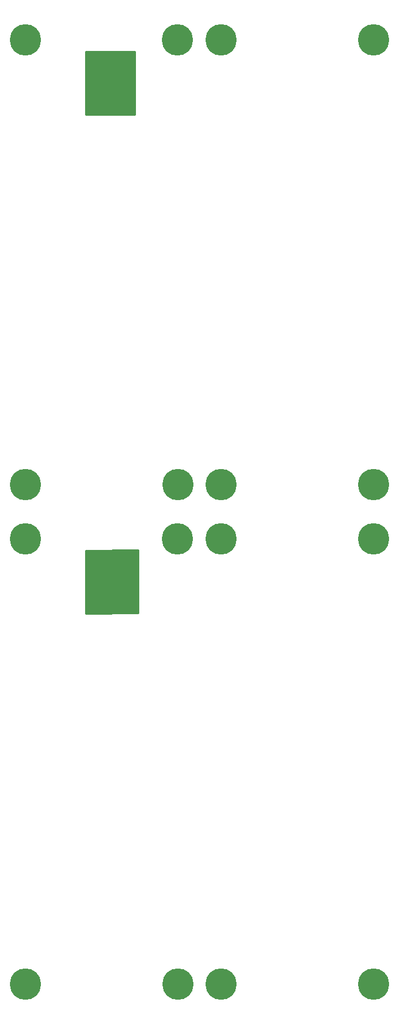
<source format=gbr>
G04 #@! TF.GenerationSoftware,KiCad,Pcbnew,(5.1.9)-1*
G04 #@! TF.CreationDate,2021-09-23T17:16:36+12:00*
G04 #@! TF.ProjectId,RGB-to-component-covers,5247422d-746f-42d6-936f-6d706f6e656e,rev?*
G04 #@! TF.SameCoordinates,Original*
G04 #@! TF.FileFunction,Soldermask,Bot*
G04 #@! TF.FilePolarity,Negative*
%FSLAX46Y46*%
G04 Gerber Fmt 4.6, Leading zero omitted, Abs format (unit mm)*
G04 Created by KiCad (PCBNEW (5.1.9)-1) date 2021-09-23 17:16:36*
%MOMM*%
%LPD*%
G01*
G04 APERTURE LIST*
%ADD10C,4.802000*%
%ADD11C,0.254000*%
%ADD12C,0.100000*%
G04 APERTURE END LIST*
D10*
X78800000Y-41000000D03*
X102200000Y-109000000D03*
X102150000Y-41000000D03*
X78800000Y-109000000D03*
X108800000Y-109000000D03*
X132150000Y-41000000D03*
X132200000Y-109000000D03*
X108800000Y-41000000D03*
X108800000Y-185300000D03*
X132150000Y-117300000D03*
X108800000Y-117300000D03*
X132200000Y-185300000D03*
X102200000Y-185300000D03*
X78800000Y-117300000D03*
X78800000Y-185300000D03*
X102150000Y-117300000D03*
D11*
X96073000Y-128623762D02*
X88027000Y-128672232D01*
X88027000Y-119026238D01*
X96073000Y-118977768D01*
X96073000Y-128623762D01*
D12*
G36*
X96073000Y-128623762D02*
G01*
X88027000Y-128672232D01*
X88027000Y-119026238D01*
X96073000Y-118977768D01*
X96073000Y-128623762D01*
G37*
D11*
X95573000Y-52373000D02*
X88027000Y-52373000D01*
X88027000Y-42727000D01*
X95573000Y-42727000D01*
X95573000Y-52373000D01*
D12*
G36*
X95573000Y-52373000D02*
G01*
X88027000Y-52373000D01*
X88027000Y-42727000D01*
X95573000Y-42727000D01*
X95573000Y-52373000D01*
G37*
G36*
X96195788Y-128749036D02*
G01*
X96195788Y-128751036D01*
X96194068Y-128752036D01*
X87906154Y-128801963D01*
X87904416Y-128800973D01*
X87904404Y-128798973D01*
X87906130Y-128797963D01*
X96194042Y-128748036D01*
X96194056Y-128748036D01*
X96195788Y-128749036D01*
G37*
G36*
X96195584Y-118849027D02*
G01*
X96195596Y-118851027D01*
X96193870Y-118852037D01*
X87905958Y-118901964D01*
X87905944Y-118901964D01*
X87904212Y-118900964D01*
X87904212Y-118898964D01*
X87905932Y-118897964D01*
X96193846Y-118848037D01*
X96195584Y-118849027D01*
G37*
M02*

</source>
